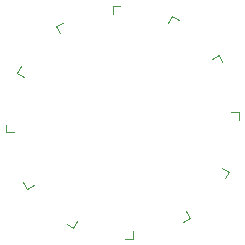
<source format=gto>
G04 #@! TF.GenerationSoftware,KiCad,Pcbnew,7.0.5.1-1-g8f565ef7f0-dirty-deb11*
G04 #@! TF.CreationDate,2023-06-02T15:46:41+00:00*
G04 #@! TF.ProjectId,pedalboard-led-ring,70656461-6c62-46f6-9172-642d6c65642d,1.0.0*
G04 #@! TF.SameCoordinates,Original*
G04 #@! TF.FileFunction,Legend,Top*
G04 #@! TF.FilePolarity,Positive*
%FSLAX46Y46*%
G04 Gerber Fmt 4.6, Leading zero omitted, Abs format (unit mm)*
G04 Created by KiCad (PCBNEW 7.0.5.1-1-g8f565ef7f0-dirty-deb11) date 2023-06-02 15:46:41*
%MOMM*%
%LPD*%
G01*
G04 APERTURE LIST*
%ADD10C,0.100000*%
G04 APERTURE END LIST*
D10*
X85661122Y-68105351D02*
X85336122Y-67542434D01*
X85098205Y-68430351D02*
X85661122Y-68105351D01*
X89850000Y-59150000D02*
X89200000Y-59150000D01*
X89850000Y-59800000D02*
X89850000Y-59150000D01*
X79150000Y-50150000D02*
X79150000Y-50800000D01*
X79800000Y-50150000D02*
X79150000Y-50150000D01*
X88955351Y-64188878D02*
X88392434Y-63863878D01*
X88630351Y-64751795D02*
X88955351Y-64188878D01*
X71894649Y-65661122D02*
X72457566Y-65336122D01*
X71569649Y-65098205D02*
X71894649Y-65661122D01*
X80850000Y-69850000D02*
X80850000Y-69200000D01*
X80200000Y-69850000D02*
X80850000Y-69850000D01*
X70150000Y-60850000D02*
X70800000Y-60850000D01*
X70150000Y-60200000D02*
X70150000Y-60850000D01*
X71044649Y-55811122D02*
X71607566Y-56136122D01*
X71369649Y-55248205D02*
X71044649Y-55811122D01*
X88105351Y-54338878D02*
X87542434Y-54663878D01*
X88430351Y-54901795D02*
X88105351Y-54338878D01*
X74338878Y-51894649D02*
X74663878Y-52457566D01*
X74901795Y-51569649D02*
X74338878Y-51894649D01*
X75811122Y-68955351D02*
X76136122Y-68392434D01*
X75248205Y-68630351D02*
X75811122Y-68955351D01*
X84188878Y-51044649D02*
X83863878Y-51607566D01*
X84751795Y-51369649D02*
X84188878Y-51044649D01*
M02*

</source>
